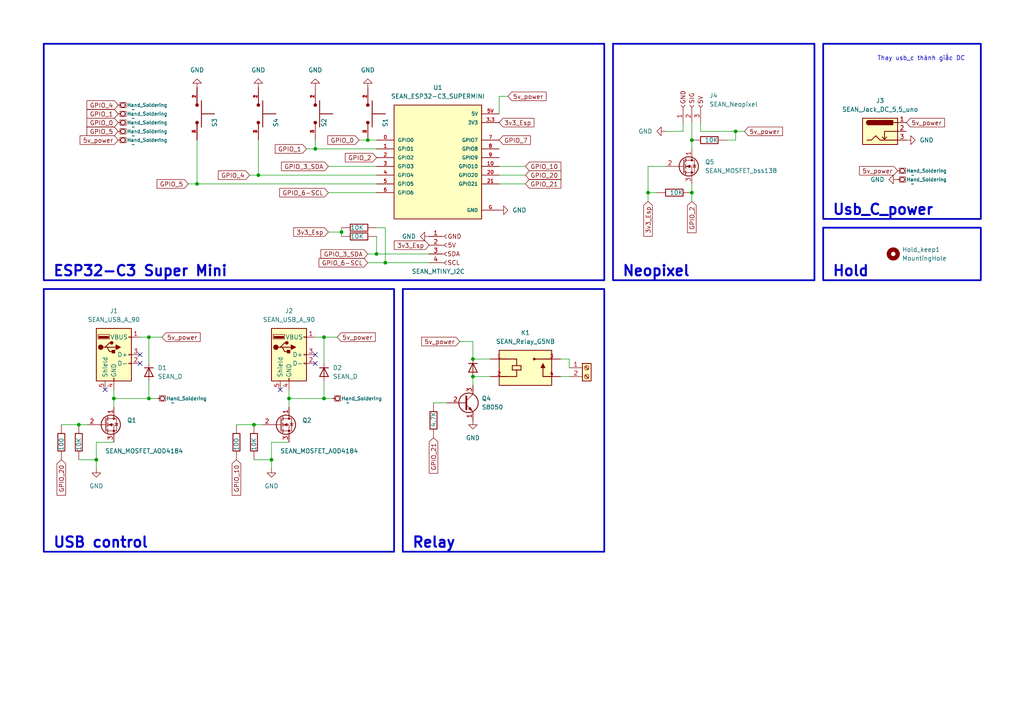
<source format=kicad_sch>
(kicad_sch (version 20231120) (generator "eeschema") (generator_version "8.0")
  (paper "A4")
  (title_block (title "HOMEKIT_TOOL") (date "2024-07-12") (rev "1.1.0"))
  (lib_symbols
    (symbol "Library:GND" (power) (pin_numbers hide) (pin_names (offset 0) hide)
      (property "Value" "GND" (at 0 -3.81 0))
      (symbol "GND_0_1"
        (polyline (pts (xy 0 0) (xy 0 -1.27) (xy 1.27 -1.27) (xy 0 -2.54) (xy -1.27 -1.27) (xy 0 -1.27)))
      )
      (symbol "GND_1_1"
        (pin power_in line (at 0 0 270) (length 0) (name "~") (number "1"))
      )
    )
    (symbol "Library:MountingHole" (pin_names (offset 1.016)) (exclude_from_sim yes) (in_bom no)
      (property "Reference" "H" (at 0 5.08 0))
      (property "Value" "MountingHole" (at 0 3.175 0))
      (symbol "MountingHole_0_1"
        (circle (center 0 0) (radius 1.27) (stroke (width 1.27)))
      )
    )
    (symbol "Library:S8050" (pin_names (offset 0) hide)
      (property "Reference" "Q" (at 5.08 1.905 0))
      (property "Value" "S8050" (at 5.08 0 0))
      (symbol "S8050_0_1"
        (polyline (pts (xy 0 0) (xy 0.635 0)))
        (polyline (pts (xy 0.635 0.635) (xy 2.54 2.54)))
        (polyline (pts (xy 0.635 -0.635) (xy 2.54 -2.54) (xy 2.54 -2.54)))
        (polyline (pts (xy 0.635 1.905) (xy 0.635 -1.905) (xy 0.635 -1.905)) (stroke (width 0.508)))
        (polyline (pts (xy 1.27 -1.778) (xy 1.778 -1.27) (xy 2.286 -2.286) (xy 1.27 -1.778) (xy 1.27 -1.778)) (fill (type outline)))
        (circle (center 1.27 0) (radius 2.8194) (stroke (width 0.254)))
      )
      (symbol "S8050_1_1"
        (pin passive line (at 2.54 -5.08 90) (length 2.54) (name "E") (number "1"))
        (pin input line (at -5.08 0 0) (length 5.08) (name "B") (number "2"))
        (pin passive line (at 2.54 5.08 270) (length 2.54) (name "C") (number "3"))
      )
    )
    (symbol "Library:SEAN_Button_4.2x3.3_SMD_V1" (pin_names (offset 1.016))
      (property "Reference" "S" (at -5.08 6.35 0))
      (property "Value" "SEAN_Button_4.2x3.3_SMD_V1" (at -15.24 -5.08 0))
      (symbol "SEAN_Button_4.2x3.3_SMD_V1_0_0"
        (circle (center -2.54 0) (radius 0.254) (stroke (width 0.508)))
        (polyline (pts (xy -3.81 1.27) (xy 0 1.27)) (stroke (width 0.254)))
        (polyline (pts (xy 0 1.27) (xy 0 5.08)) (stroke (width 0.254)))
        (polyline (pts (xy 0 1.27) (xy 3.81 1.27)) (stroke (width 0.254)))
        (circle (center 2.54 0) (radius 0.254) (stroke (width 0.508)))
        (pin passive line (at -7.62 0 0) (length 5.08) (name "~") (number "1"))
        (pin passive line (at -7.62 0 0) (length 5.08) (name "~") (number "2"))
        (pin passive line (at 7.62 0 180) (length 5.08) (name "~") (number "3"))
        (pin passive line (at 7.62 0 180) (length 5.08) (name "~") (number "4"))
      )
    )
    (symbol "Library:SEAN_D" (pin_numbers hide) (pin_names (offset 1.016) hide)
      (property "Reference" "D" (at 0 2.54 0))
      (property "Value" "SEAN_D" (at 0 -2.54 0))
      (symbol "SEAN_D_0_1"
        (polyline (pts (xy -1.27 1.27) (xy -1.27 -1.27)) (stroke (width 0.254)))
        (polyline (pts (xy 1.27 0) (xy -1.27 0)))
        (polyline (pts (xy 1.27 1.27) (xy 1.27 -1.27) (xy -1.27 0) (xy 1.27 1.27)) (stroke (width 0.254)))
      )
      (symbol "SEAN_D_1_1"
        (pin passive line (at -2.54 0 0) (length 2.54) (name "K") (number "1"))
        (pin passive line (at 2.54 0 180) (length 2.54) (name "A") (number "2"))
      )
    )
    (symbol "Library:SEAN_ESP32-C3_SUPERMINI" (pin_names (offset 1.016))
      (property "Reference" "U" (at -12.7 16.002 0))
      (property "Value" "SEAN_ESP32-C3_SUPERMINI" (at -12.7 -20.32 0))
      (symbol "SEAN_ESP32-C3_SUPERMINI_0_0"
        (rectangle (start -12.7 15.24) (end 12.7 -17.78) (stroke (width 0.254)) (fill (type background)))
        (pin bidirectional line (at -17.78 5.08 0) (length 5.08) (name "GPIO0") (number "0"))
        (pin bidirectional line (at -17.78 2.54 0) (length 5.08) (name "GPIO1") (number "1"))
        (pin bidirectional line (at 17.78 -2.54 180) (length 5.08) (name "GPIO10") (number "10"))
        (pin bidirectional line (at -17.78 0 0) (length 5.08) (name "GPIO2") (number "2"))
        (pin bidirectional line (at 17.78 -5.08 180) (length 5.08) (name "GPIO20") (number "20"))
        (pin bidirectional line (at 17.78 -7.62 180) (length 5.08) (name "GPIO21") (number "21"))
        (pin bidirectional line (at -17.78 -2.54 0) (length 5.08) (name "GPIO3") (number "3"))
        (pin power_in line (at 17.78 10.16 180) (length 5.08) (name "3V3") (number "3.3"))
        (pin bidirectional line (at -17.78 -5.08 0) (length 5.08) (name "GPIO4") (number "4"))
        (pin bidirectional line (at -17.78 -7.62 0) (length 5.08) (name "GPIO5") (number "5"))
        (pin power_in line (at 17.78 12.7 180) (length 5.08) (name "5V") (number "5V"))
        (pin bidirectional line (at -17.78 -10.16 0) (length 5.08) (name "GPIO6") (number "6"))
        (pin bidirectional line (at 17.78 5.08 180) (length 5.08) (name "GPIO7") (number "7"))
        (pin bidirectional line (at 17.78 2.54 180) (length 5.08) (name "GPIO8") (number "8"))
        (pin bidirectional line (at 17.78 0 180) (length 5.08) (name "GPIO9") (number "9"))
        (pin power_in line (at 17.78 -15.24 180) (length 5.08) (name "GND") (number "G"))
      )
    )
    (symbol "Library:SEAN_Hand_Solderring"
      (property "Reference" "U" (at 0 1.27 0))
      (symbol "SEAN_Hand_Solderring_0_1"
        (rectangle (start -2.286 0.762) (end -0.508 -0.762))
      )
      (symbol "SEAN_Hand_Solderring_1_1"
        (pin passive inverted (at 0 0 180) (length 2) (name "Hand_Soldering") (number "1"))
      )
    )
    (symbol "Library:SEAN_MOSFET_AOD4184" (pin_names hide)
      (property "Reference" "Q" (at 5.08 1.905 0))
      (property "Value" "SEAN_MOSFET_AOD4184" (at 5.08 0 0))
      (symbol "SEAN_MOSFET_AOD4184_0_1"
        (polyline (pts (xy 0.254 0) (xy -2.54 0)))
        (polyline (pts (xy 0.254 1.905) (xy 0.254 -1.905)) (stroke (width 0.254)))
        (polyline (pts (xy 0.762 -1.27) (xy 0.762 -2.286)) (stroke (width 0.254)))
        (polyline (pts (xy 0.762 0.508) (xy 0.762 -0.508)) (stroke (width 0.254)))
        (polyline (pts (xy 0.762 2.286) (xy 0.762 1.27)) (stroke (width 0.254)))
        (polyline (pts (xy 2.54 2.54) (xy 2.54 1.778)))
        (polyline (pts (xy 2.54 -2.54) (xy 2.54 0) (xy 0.762 0)))
        (polyline (pts (xy 0.762 -1.778) (xy 3.302 -1.778) (xy 3.302 1.778) (xy 0.762 1.778)))
        (polyline (pts (xy 1.016 0) (xy 2.032 0.381) (xy 2.032 -0.381) (xy 1.016 0)) (fill (type outline)))
        (polyline (pts (xy 2.794 0.508) (xy 2.921 0.381) (xy 3.683 0.381) (xy 3.81 0.254)))
        (polyline (pts (xy 3.302 0.381) (xy 2.921 -0.254) (xy 3.683 -0.254) (xy 3.302 0.381)))
        (circle (center 1.651 0) (radius 2.794) (stroke (width 0.254)))
        (circle (center 2.54 -1.778) (radius 0.254) (fill (type outline)))
        (circle (center 2.54 1.778) (radius 0.254) (fill (type outline)))
      )
      (symbol "SEAN_MOSFET_AOD4184_1_1"
        (pin passive line (at 2.54 5.08 270) (length 2.54) (name "D") (number "1"))
        (pin input line (at -5.08 0 0) (length 2.54) (name "G") (number "2"))
        (pin passive line (at 2.54 -5.08 90) (length 2.54) (name "S") (number "3"))
      )
    )
    (symbol "Library:SEAN_MOSFET_bss138" (pin_names hide)
      (property "Reference" "Q" (at 5.08 1.905 0))
      (property "Value" "SEAN_MOSFET_bss138" (at 5.08 0 0))
      (symbol "SEAN_MOSFET_bss138_0_1"
        (polyline (pts (xy 0.254 0) (xy -2.54 0)))
        (polyline (pts (xy 0.254 1.905) (xy 0.254 -1.905)) (stroke (width 0.254)))
        (polyline (pts (xy 0.762 -1.27) (xy 0.762 -2.286)) (stroke (width 0.254)))
        (polyline (pts (xy 0.762 0.508) (xy 0.762 -0.508)) (stroke (width 0.254)))
        (polyline (pts (xy 0.762 2.286) (xy 0.762 1.27)) (stroke (width 0.254)))
        (polyline (pts (xy 2.54 2.54) (xy 2.54 1.778)))
        (polyline (pts (xy 2.54 -2.54) (xy 2.54 0) (xy 0.762 0)))
        (polyline (pts (xy 0.762 -1.778) (xy 3.302 -1.778) (xy 3.302 1.778) (xy 0.762 1.778)))
        (polyline (pts (xy 1.016 0) (xy 2.032 0.381) (xy 2.032 -0.381) (xy 1.016 0)) (fill (type outline)))
        (polyline (pts (xy 2.794 0.508) (xy 2.921 0.381) (xy 3.683 0.381) (xy 3.81 0.254)))
        (polyline (pts (xy 3.302 0.381) (xy 2.921 -0.254) (xy 3.683 -0.254) (xy 3.302 0.381)))
        (circle (center 1.651 0) (radius 2.794) (stroke (width 0.254)))
        (circle (center 2.54 -1.778) (radius 0.254) (fill (type outline)))
        (circle (center 2.54 1.778) (radius 0.254) (fill (type outline)))
      )
      (symbol "SEAN_MOSFET_bss138_1_1"
        (pin passive line (at 2.54 5.08 270) (length 2.54) (name "D") (number "1"))
        (pin input line (at -5.08 0 0) (length 2.54) (name "G") (number "2"))
        (pin passive line (at 2.54 -5.08 90) (length 2.54) (name "S") (number "3"))
      )
    )
    (symbol "Library:SEAN_MTINY_I2C" (pin_names (offset 1.016) hide)
      (property "Reference" "J" (at 0 5.08 0))
      (property "Value" "SEAN_MTINY_I2C" (at 0 -7.62 0))
      (symbol "SEAN_MTINY_I2C_1_1"
        (arc (start 0 -4.572) (mid -0.5058 -5.08) (end 0 -5.588) (stroke (width 0.1524)))
        (arc (start 0 -2.032) (mid -0.5058 -2.54) (end 0 -3.048) (stroke (width 0.1524)))
        (polyline (pts (xy -1.27 -5.08) (xy -0.508 -5.08)) (stroke (width 0.1524)))
        (polyline (pts (xy -1.27 -2.54) (xy -0.508 -2.54)) (stroke (width 0.1524)))
        (polyline (pts (xy -1.27 0) (xy -0.508 0)) (stroke (width 0.1524)))
        (polyline (pts (xy -1.27 2.54) (xy -0.508 2.54)) (stroke (width 0.1524)))
        (arc (start 0 0.508) (mid -0.5058 0) (end 0 -0.508) (stroke (width 0.1524)))
        (arc (start 0 3.048) (mid -0.5058 2.54) (end 0 2.032) (stroke (width 0.1524)))
        (text "5V\n" (at 1.524 0 0) (effects (font (size 1.27 1.27))))
        (text "GND\n" (at 2.286 2.54 0) (effects (font (size 1.27 1.27))))
        (text "SCL" (at 2.032 -5.08 0) (effects (font (size 1.27 1.27))))
        (text "SDA\n" (at 2.032 -2.54 0) (effects (font (size 1.27 1.27))))
        (pin passive line (at -5.08 2.54 0) (length 3.81) (name "GND") (number "1"))
        (pin passive line (at -5.08 0 0) (length 3.81) (name "5V") (number "2"))
        (pin passive line (at -5.08 -2.54 0) (length 3.81) (name "SDA") (number "3"))
        (pin passive line (at -5.08 -5.08 0) (length 3.81) (name "SCL") (number "4"))
      )
    )
    (symbol "Library:SEAN_Mtiny_Terminal_3.81" (pin_names (offset 1.016) hide)
      (property "Reference" "J" (at 0 2.54 0))
      (property "Value" "SEAN_Mtiny_Terminal_3.81" (at 0 -5.08 0))
      (symbol "SEAN_Mtiny_Terminal_3.81_1_1"
        (rectangle (start -1.27 1.27) (end 1.27 -3.81) (stroke (width 0.254)) (fill (type background)))
        (circle (center 0 -2.54) (radius 0.635) (stroke (width 0.1524)))
        (polyline (pts (xy -0.5334 -2.2098) (xy 0.3302 -3.048)) (stroke (width 0.1524)))
        (polyline (pts (xy -0.5334 0.3302) (xy 0.3302 -0.508)) (stroke (width 0.1524)))
        (polyline (pts (xy -0.3556 -2.032) (xy 0.508 -2.8702)) (stroke (width 0.1524)))
        (polyline (pts (xy -0.3556 0.508) (xy 0.508 -0.3302)) (stroke (width 0.1524)))
        (circle (center 0 0) (radius 0.635) (stroke (width 0.1524)))
        (pin passive line (at -5.08 0 0) (length 3.81) (name "Pin_1") (number "1"))
        (pin passive line (at -5.08 -2.54 0) (length 3.81) (name "Pin_2") (number "2"))
      )
    )
    (symbol "Library:SEAN_Neopixel" (pin_names (offset 1.016) hide)
      (property "Reference" "J" (at 0 5.08 0))
      (property "Value" "SEAN_Neopixel" (at -0.254 0.254 0))
      (symbol "SEAN_Neopixel_1_1"
        (arc (start 0 -2.032) (mid -0.5058 -2.54) (end 0 -3.048) (stroke (width 0.1524)))
        (polyline (pts (xy -1.27 -2.54) (xy -0.508 -2.54)) (stroke (width 0.1524)))
        (polyline (pts (xy -1.27 0) (xy -0.508 0)) (stroke (width 0.1524)))
        (polyline (pts (xy -1.27 2.54) (xy -0.508 2.54)) (stroke (width 0.1524)))
        (arc (start 0 0.508) (mid -0.5058 0) (end 0 -0.508) (stroke (width 0.1524)))
        (arc (start 0 3.048) (mid -0.5058 2.54) (end 0 2.032) (stroke (width 0.1524)))
        (text "5V\n" (at 1.524 -2.54 0) (effects (font (size 1.27 1.27))))
        (text "GND\n" (at 2.286 2.54 0) (effects (font (size 1.27 1.27))))
        (text "SIG" (at 2.032 0 0) (effects (font (size 1.27 1.27))))
        (pin passive line (at -5.08 2.54 0) (length 3.81) (name "GND") (number "1"))
        (pin passive line (at -5.08 0 0) (length 3.81) (name "5V") (number "2"))
        (pin passive line (at -5.08 -2.54 0) (length 3.81) (name "SDA") (number "3"))
      )
    )
    (symbol "Library:SEAN_R" (pin_numbers hide) (pin_names (offset 0))
      (property "Reference" "R" (at 0 0 90))
      (property "Value" "R" (at 0 0 90))
      (symbol "SEAN_R_0_1"
        (rectangle (start -1.016 2.54) (end 1.016 -2.54) (stroke (width 0.254)))
      )
      (symbol "SEAN_R_1_1"
        (pin passive line (at 0 5.08 270) (length 2.5) (name "~") (number "1"))
        (pin passive line (at 0 -5.08 90) (length 2.5) (name "~") (number "2"))
      )
    )
    (symbol "Library:SEAN_Relay_G5NB" (pin_names (offset 1.016))
      (property "Reference" "K" (at -7.62 6.35 0))
      (property "Value" "SEAN_Relay_G5NB" (at -7.62 -7.62 0))
      (symbol "SEAN_Relay_G5NB_0_0"
        (rectangle (start -7.62 5.08) (end 7.62 -5.08) (stroke (width 0.254)) (fill (type background)))
        (polyline (pts (xy -7.62 -2.54) (xy -2.54 -2.54)) (stroke (width 0.254)))
        (polyline (pts (xy -7.62 2.54) (xy -2.54 2.54)) (stroke (width 0.254)))
        (polyline (pts (xy -3.81 -0.635) (xy -3.81 0.635)) (stroke (width 0.254)))
        (polyline (pts (xy -3.81 0.635) (xy -2.54 0.635)) (stroke (width 0.254)))
        (polyline (pts (xy -2.54 -0.635) (xy -3.81 -0.635)) (stroke (width 0.254)))
        (polyline (pts (xy -2.54 -0.635) (xy -2.54 -2.54)) (stroke (width 0.254)))
        (polyline (pts (xy -2.54 0.635) (xy -1.27 0.635)) (stroke (width 0.254)))
        (polyline (pts (xy -2.54 2.54) (xy -2.54 0.635)) (stroke (width 0.254)))
        (polyline (pts (xy -1.27 -0.635) (xy -2.54 -0.635)) (stroke (width 0.254)))
        (polyline (pts (xy -1.27 0.635) (xy -1.27 -0.635)) (stroke (width 0.254)))
        (polyline (pts (xy 5.08 -2.54) (xy 5.08 0)) (stroke (width 0.254)))
        (polyline (pts (xy 7.62 -2.54) (xy 5.08 -2.54)) (stroke (width 0.254)))
        (polyline (pts (xy 7.62 2.54) (xy 2.54 2.54)) (stroke (width 0.254)))
        (polyline (pts (xy 4.445 0) (xy 5.715 0) (xy 5.08 1.27) (xy 4.445 0)) (stroke (width 0.1524)) (fill (type outline)))
        (circle (center 2.54 2.54) (radius 0.254) (stroke (width 0.254)))
        (pin passive line (at -10.16 2.54 0) (length 5.08) (name "~") (number "1"))
        (pin passive line (at -10.16 -2.54 0) (length 5.08) (name "~") (number "2"))
        (pin passive line (at 10.16 2.54 180) (length 5.08) (name "~") (number "3"))
        (pin passive line (at 10.16 -2.54 180) (length 5.08) (name "~") (number "4"))
      )
    )
    (symbol "Library:SEAN_USB_A_90" (pin_names (offset 1.016))
      (property "Reference" "J" (at -5.08 11.43 0))
      (property "Value" "SEAN_USB_A_90" (at -5.08 8.89 0))
      (symbol "SEAN_USB_A_90_0_1"
        (rectangle (start -5.08 -7.62) (end 5.08 7.62) (stroke (width 0.254)) (fill (type background)))
        (circle (center -3.81 2.159) (radius 0.635) (stroke (width 0.254)) (fill (type outline)))
        (rectangle (start -1.524 4.826) (end -4.318 5.334) (fill (type outline)))
        (rectangle (start -1.27 4.572) (end -4.572 5.842))
        (circle (center -0.635 3.429) (radius 0.381) (stroke (width 0.254)) (fill (type outline)))
        (rectangle (start -0.127 -7.62) (end 0.127 -6.858))
        (polyline (pts (xy -3.175 2.159) (xy -2.54 2.159) (xy -1.27 3.429) (xy -0.635 3.429)) (stroke (width 0.254)))
        (polyline (pts (xy -2.54 2.159) (xy -1.905 2.159) (xy -1.27 0.889) (xy 0 0.889)) (stroke (width 0.254)))
        (polyline (pts (xy 0.635 2.794) (xy 0.635 1.524) (xy 1.905 2.159) (xy 0.635 2.794)) (stroke (width 0.254)) (fill (type outline)))
        (rectangle (start 0.254 1.27) (end -0.508 0.508) (stroke (width 0.254)) (fill (type outline)))
        (rectangle (start 5.08 -2.667) (end 4.318 -2.413))
        (rectangle (start 5.08 -0.127) (end 4.318 0.127))
        (rectangle (start 5.08 4.953) (end 4.318 5.207))
      )
      (symbol "SEAN_USB_A_90_1_1"
        (polyline (pts (xy -1.905 2.159) (xy 0.635 2.159)) (stroke (width 0.254)))
        (pin power_in line (at 7.62 5.08 180) (length 2.54) (name "VBUS") (number "1"))
        (pin bidirectional line (at 7.62 -2.54 180) (length 2.54) (name "D-") (number "2"))
        (pin bidirectional line (at 7.62 0 180) (length 2.54) (name "D+") (number "3"))
        (pin power_in line (at 0 -10.16 90) (length 2.54) (name "GND") (number "4"))
        (pin passive line (at -2.54 -10.16 90) (length 2.54) (name "Shield") (number "5"))
      )
    )
    (symbol "SEAN_POWER:SEAN_Jack_DC_5,5_uno" (pin_names hide)
      (property "Reference" "J" (at 0 5.334 0))
      (property "Value" "SEAN_Jack_DC_5,5_uno" (at 0 -5.08 0))
      (symbol "SEAN_Jack_DC_5,5_uno_0_1"
        (rectangle (start -5.08 3.81) (end 5.08 -3.81) (stroke (width 0.254)) (fill (type background)))
        (arc (start -3.302 3.175) (mid -3.9343 2.54) (end -3.302 1.905) (stroke (width 0.254)))
        (arc (start -3.302 3.175) (mid -3.9343 2.54) (end -3.302 1.905) (stroke (width 0.254)) (fill (type outline)))
        (polyline (pts (xy 1.27 -2.286) (xy 1.905 -1.651)) (stroke (width 0.254)))
        (polyline (pts (xy 5.08 2.54) (xy 3.81 2.54)) (stroke (width 0.254)))
        (polyline (pts (xy 5.08 0) (xy 1.27 0) (xy 1.27 -2.286) (xy 0.635 -1.651)) (stroke (width 0.254)))
        (polyline (pts (xy -3.81 -2.54) (xy -2.54 -2.54) (xy -1.27 -1.27) (xy 0 -2.54) (xy 2.54 -2.54) (xy 5.08 -2.54)) (stroke (width 0.254)))
        (rectangle (start 3.683 3.175) (end -3.302 1.905) (stroke (width 0.254)) (fill (type outline)))
      )
      (symbol "SEAN_Jack_DC_5,5_uno_1_1"
        (pin passive line (at 7.62 2.54 180) (length 2.54) (name "~") (number "1"))
        (pin passive line (at 7.62 0 180) (length 2.54) (name "~") (number "2"))
        (pin passive line (at 7.62 -2.54 180) (length 2.54) (name "~") (number "3"))
      )
    )
  )
  (junction (at 109.22 73.66))
  (junction (at 93.98 115.57))
  (junction (at 43.18 115.57))
  (junction (at 200.66 40.64))
  (junction (at 33.02 115.57))
  (junction (at 213.36 38.1))
  (junction (at 73.66 123.19))
  (junction (at 106.68 40.64))
  (junction (at 83.82 115.57))
  (junction (at 137.16 109.22))
  (junction (at 91.44 43.18))
  (junction (at 74.93 50.8))
  (junction (at 78.74 133.35))
  (junction (at 137.16 104.14))
  (junction (at 43.18 97.79))
  (junction (at 99.06 67.31))
  (junction (at 93.98 97.79))
  (junction (at 57.15 53.34))
  (junction (at 111.76 76.2))
  (junction (at 27.94 133.35))
  (junction (at 22.86 123.19))
  (junction (at 187.96 55.88))
  (junction (at 200.66 55.88))
  (no_connect (at 30.48 113.03))
  (no_connect (at 91.44 105.41))
  (no_connect (at 40.64 105.41))
  (no_connect (at 40.64 102.87))
  (no_connect (at 81.28 113.03))
  (no_connect (at 91.44 102.87))
  (wire (pts (xy 72.39 50.8) (xy 74.93 50.8)))
  (wire (pts (xy 137.16 111.76) (xy 137.16 109.22)))
  (wire (pts (xy 93.98 97.79) (xy 91.44 97.79)))
  (wire (pts (xy 200.66 40.64) (xy 200.66 43.18)))
  (wire (pts (xy 33.02 115.57) (xy 43.18 115.57)))
  (wire (pts (xy 91.44 43.18) (xy 109.22 43.18)))
  (wire (pts (xy 95.25 48.26) (xy 109.22 48.26)))
  (wire (pts (xy 210.82 40.64) (xy 213.36 40.64)))
  (wire (pts (xy 93.98 97.79) (xy 93.98 105.41)))
  (wire (pts (xy 27.94 128.27) (xy 33.02 128.27)))
  (wire (pts (xy 111.76 66.04) (xy 111.76 76.2)))
  (wire (pts (xy 33.02 115.57) (xy 33.02 118.11)))
  (wire (pts (xy 83.82 115.57) (xy 93.98 115.57)))
  (wire (pts (xy 133.35 99.06) (xy 137.16 99.06)))
  (wire (pts (xy 152.4 50.8) (xy 144.78 50.8)))
  (wire (pts (xy 73.66 123.19) (xy 76.2 123.19)))
  (wire (pts (xy 187.96 48.26) (xy 193.04 48.26)))
  (wire (pts (xy 187.96 58.42) (xy 187.96 55.88)))
  (wire (pts (xy 54.61 53.34) (xy 57.15 53.34)))
  (wire (pts (xy 43.18 97.79) (xy 40.64 97.79)))
  (wire (pts (xy 83.82 113.03) (xy 83.82 115.57)))
  (wire (pts (xy 78.74 133.35) (xy 78.74 128.27)))
  (wire (pts (xy 22.86 133.35) (xy 27.94 133.35)))
  (wire (pts (xy 152.4 48.26) (xy 144.78 48.26)))
  (wire (pts (xy 78.74 128.27) (xy 83.82 128.27)))
  (wire (pts (xy 33.02 113.03) (xy 33.02 115.57)))
  (wire (pts (xy 99.06 66.04) (xy 99.06 67.31)))
  (wire (pts (xy 187.96 55.88) (xy 190.5 55.88)))
  (wire (pts (xy 106.68 40.64) (xy 109.22 40.64)))
  (wire (pts (xy 93.98 97.79) (xy 97.79 97.79)))
  (wire (pts (xy 73.66 133.35) (xy 78.74 133.35)))
  (wire (pts (xy 165.1 104.14) (xy 162.56 104.14)))
  (wire (pts (xy 95.25 55.88) (xy 109.22 55.88)))
  (wire (pts (xy 200.66 58.42) (xy 200.66 55.88)))
  (wire (pts (xy 200.66 35.56) (xy 200.66 40.64)))
  (wire (pts (xy 200.66 55.88) (xy 200.66 53.34)))
  (wire (pts (xy 78.74 133.35) (xy 78.74 135.89)))
  (wire (pts (xy 144.78 27.94) (xy 144.78 33.02)))
  (wire (pts (xy 99.06 67.31) (xy 99.06 68.58)))
  (wire (pts (xy 45.72 115.57) (xy 43.18 115.57)))
  (wire (pts (xy 93.98 115.57) (xy 93.98 110.49)))
  (wire (pts (xy 95.25 67.31) (xy 99.06 67.31)))
  (wire (pts (xy 93.98 115.57) (xy 96.52 115.57)))
  (wire (pts (xy 203.2 38.1) (xy 203.2 35.56)))
  (wire (pts (xy 152.4 53.34) (xy 144.78 53.34)))
  (wire (pts (xy 187.96 48.26) (xy 187.96 55.88)))
  (wire (pts (xy 198.12 38.1) (xy 198.12 35.56)))
  (wire (pts (xy 57.15 53.34) (xy 109.22 53.34)))
  (wire (pts (xy 91.44 40.64) (xy 91.44 43.18)))
  (wire (pts (xy 57.15 40.64) (xy 57.15 53.34)))
  (wire (pts (xy 83.82 115.57) (xy 83.82 118.11)))
  (wire (pts (xy 27.94 128.27) (xy 27.94 133.35)))
  (wire (pts (xy 215.9 38.1) (xy 213.36 38.1)))
  (wire (pts (xy 111.76 76.2) (xy 124.46 76.2)))
  (wire (pts (xy 213.36 38.1) (xy 203.2 38.1)))
  (wire (pts (xy 17.78 123.19) (xy 22.86 123.19)))
  (wire (pts (xy 109.22 68.58) (xy 109.22 73.66)))
  (wire (pts (xy 106.68 76.2) (xy 111.76 76.2)))
  (wire (pts (xy 109.22 66.04) (xy 111.76 66.04)))
  (wire (pts (xy 162.56 109.22) (xy 165.1 109.22)))
  (wire (pts (xy 27.94 133.35) (xy 27.94 135.89)))
  (wire (pts (xy 43.18 115.57) (xy 43.18 110.49)))
  (wire (pts (xy 125.73 116.84) (xy 129.54 116.84)))
  (wire (pts (xy 109.22 73.66) (xy 124.46 73.66)))
  (wire (pts (xy 137.16 99.06) (xy 137.16 104.14)))
  (wire (pts (xy 22.86 123.19) (xy 25.4 123.19)))
  (wire (pts (xy 193.04 38.1) (xy 198.12 38.1)))
  (wire (pts (xy 137.16 109.22) (xy 142.24 109.22)))
  (wire (pts (xy 104.14 40.64) (xy 106.68 40.64)))
  (wire (pts (xy 165.1 106.68) (xy 165.1 104.14)))
  (wire (pts (xy 68.58 123.19) (xy 73.66 123.19)))
  (wire (pts (xy 74.93 50.8) (xy 109.22 50.8)))
  (wire (pts (xy 213.36 40.64) (xy 213.36 38.1)))
  (wire (pts (xy 144.78 27.94) (xy 147.32 27.94)))
  (wire (pts (xy 88.9 43.18) (xy 91.44 43.18)))
  (wire (pts (xy 43.18 97.79) (xy 46.99 97.79)))
  (wire (pts (xy 43.18 97.79) (xy 43.18 105.41)))
  (wire (pts (xy 106.68 73.66) (xy 109.22 73.66)))
  (wire (pts (xy 137.16 104.14) (xy 142.24 104.14)))
  (wire (pts (xy 74.93 40.64) (xy 74.93 50.8)))
  (rectangle (start 238.76 12.7) (end 284.48 63.5) (stroke (width 0.5)))
  (rectangle (start 238.76 66.04) (end 284.48 81.28) (stroke (width 0.5)))
  (rectangle (start 12.7 83.82) (end 114.3 160.02) (stroke (width 0.5)))
  (rectangle (start 12.7 12.7) (end 175.26 81.28) (stroke (width 0.5)))
  (rectangle (start 116.84 83.82) (end 175.26 160.02) (stroke (width 0.5)))
  (rectangle (start 177.8 12.7) (end 236.22 81.28) (stroke (width 0.5)))
  (text "Relay" (at 119.38 157.48 0) (effects (font (size 3 3) (thickness 0.6) (bold yes)) (justify left)))
  (text "ESP32-C3 Super Mini\n" (at 15.24 78.74 0) (effects (font (size 3 3) (thickness 0.6) (bold yes)) (justify left)))
  (text "Thay usb_c thành giắc DC\n" (at 267.208 17.018 0) (effects (font (size 1.27 1.27))))
  (text "Hold\n" (at 241.3 78.74 0) (effects (font (size 3 3) (thickness 0.6) (bold yes)) (justify left)))
  (text "Usb_C_power" (at 241.3 60.96 0) (effects (font (size 3 3) (thickness 0.6) (bold yes)) (justify left)))
  (text "Neopixel" (at 180.34 78.74 0) (effects (font (size 3 3) (thickness 0.6) (bold yes)) (justify left)))
  (text "USB control" (at 15.24 157.48 0) (effects (font (size 3 3) (thickness 0.6) (bold yes)) (justify left)))
  (global_label "GPIO_5" (shape input) (at 54.61 53.34 180) (property "Intersheetrefs" "${INTERSHEET_REFS}" (effects (hide yes))))
  (global_label "GPIO_0" (shape input) (at 104.14 40.64 180) (property "Intersheetrefs" "${INTERSHEET_REFS}" (effects (hide yes))))
  (global_label "GPIO_4" (shape input) (at 34.29 30.48 180) (property "Intersheetrefs" "${INTERSHEET_REFS}" (effects (hide yes))))
  (global_label "GPIO_21" (shape input) (at 152.4 53.34 0) (property "Intersheetrefs" "${INTERSHEET_REFS}" (effects (hide yes))))
  (global_label "GPIO_10" (shape input) (at 152.4 48.26 0) (property "Intersheetrefs" "${INTERSHEET_REFS}" (effects (hide yes))))
  (global_label "5v_power" (shape input) (at 215.9 38.1 0) (property "Intersheetrefs" "${INTERSHEET_REFS}" (effects (hide yes))))
  (global_label "GPIO_2" (shape input) (at 200.66 58.42 270) (property "Intersheetrefs" "${INTERSHEET_REFS}" (effects (hide yes))))
  (global_label "GPIO_0" (shape input) (at 34.29 35.56 180) (property "Intersheetrefs" "${INTERSHEET_REFS}" (effects (hide yes))))
  (global_label "5v_power" (shape input) (at 133.35 99.06 180) (property "Intersheetrefs" "${INTERSHEET_REFS}" (effects (hide yes))))
  (global_label "GPIO_1" (shape input) (at 88.9 43.18 180) (property "Intersheetrefs" "${INTERSHEET_REFS}" (effects (hide yes))))
  (global_label "5v_power" (shape input) (at 147.32 27.94 0) (property "Intersheetrefs" "${INTERSHEET_REFS}" (effects (hide yes))))
  (global_label "GPIO_10" (shape input) (at 68.58 133.35 270) (property "Intersheetrefs" "${INTERSHEET_REFS}" (effects (hide yes))))
  (global_label "5v_power" (shape input) (at 260.35 49.53 180) (property "Intersheetrefs" "${INTERSHEET_REFS}" (effects (hide yes))))
  (global_label "3v3_Esp" (shape input) (at 124.46 71.12 180) (property "Intersheetrefs" "${INTERSHEET_REFS}" (effects (hide yes))))
  (global_label "GPIO_20" (shape input) (at 152.4 50.8 0) (property "Intersheetrefs" "${INTERSHEET_REFS}" (effects (hide yes))))
  (global_label "5v_power" (shape input) (at 34.29 40.64 180) (property "Intersheetrefs" "${INTERSHEET_REFS}" (effects (hide yes))))
  (global_label "GPIO_6-SCL" (shape input) (at 95.25 55.88 180) (property "Intersheetrefs" "${INTERSHEET_REFS}" (effects (hide yes))))
  (global_label "GPIO_20" (shape input) (at 17.78 133.35 270) (property "Intersheetrefs" "${INTERSHEET_REFS}" (effects (hide yes))))
  (global_label "GPIO_3_SDA" (shape input) (at 106.68 73.66 180) (property "Intersheetrefs" "${INTERSHEET_REFS}" (effects (hide yes))))
  (global_label "5v_power" (shape input) (at 46.99 97.79 0) (property "Intersheetrefs" "${INTERSHEET_REFS}" (effects (hide yes))))
  (global_label "GPIO_2" (shape input) (at 109.22 45.72 180) (property "Intersheetrefs" "${INTERSHEET_REFS}" (effects (hide yes))))
  (global_label "3v3_Esp" (shape input) (at 95.25 67.31 180) (property "Intersheetrefs" "${INTERSHEET_REFS}" (effects (hide yes))))
  (global_label "3v3_Esp" (shape input) (at 187.96 58.42 270) (property "Intersheetrefs" "${INTERSHEET_REFS}" (effects (hide yes))))
  (global_label "GPIO_1" (shape input) (at 34.29 33.02 180) (property "Intersheetrefs" "${INTERSHEET_REFS}" (effects (hide yes))))
  (global_label "GPIO_4" (shape input) (at 72.39 50.8 180) (property "Intersheetrefs" "${INTERSHEET_REFS}" (effects (hide yes))))
  (global_label "GPIO_7" (shape input) (at 144.78 40.64 0) (property "Intersheetrefs" "${INTERSHEET_REFS}" (effects (hide yes))))
  (global_label "GPIO_3_SDA" (shape input) (at 95.25 48.26 180) (property "Intersheetrefs" "${INTERSHEET_REFS}" (effects (hide yes))))
  (global_label "GPIO_6-SCL" (shape input) (at 106.68 76.2 180) (property "Intersheetrefs" "${INTERSHEET_REFS}" (effects (hide yes))))
  (global_label "GPIO_5" (shape input) (at 34.29 38.1 180) (property "Intersheetrefs" "${INTERSHEET_REFS}" (effects (hide yes))))
  (global_label "GPIO_21" (shape input) (at 125.73 127 270) (property "Intersheetrefs" "${INTERSHEET_REFS}" (effects (hide yes))))
  (global_label "5v_power" (shape input) (at 262.89 35.56 0) (property "Intersheetrefs" "${INTERSHEET_REFS}" (effects (hide yes))))
  (global_label "3v3_Esp" (shape input) (at 144.78 35.56 0) (property "Intersheetrefs" "${INTERSHEET_REFS}" (effects (hide yes))))
  (global_label "5v_power" (shape input) (at 97.79 97.79 0) (property "Intersheetrefs" "${INTERSHEET_REFS}" (effects (hide yes))))
  (symbol (lib_id "Library:GND") (at 137.16 121.92 0) (unit 1)
    (property "Reference" "#PWR011" (effects (hide yes)))
    (property "Value" "GND" (at 137.16 127 0))
    (property "Description" "Power symbol creates a global label with name \"GND\" , ground" (effects (hide yes)))
  )
  (symbol (lib_id "Library:GND") (at 124.46 68.58 270) (unit 1)
    (property "Reference" "#PWR08" (effects (hide yes)))
    (property "Value" "GND" (at 120.65 68.5799 90) (effects (justify right)))
    (property "Description" "Power symbol creates a global label with name \"GND\" , ground" (effects (hide yes)))
  )
  (symbol (lib_id "Library:SEAN_Hand_Solderring") (at 260.35 49.53 180) (unit 1)
    (property "Reference" "U5" (effects (hide yes)))
    (property "Value" "~" (at 264.16 50.8 0) (effects (justify right)))
    (property "Footprint" "SEAN_connect:SEAN_Hand_Solderring" (effects (hide yes)))
  )
  (symbol (lib_id "Library:SEAN_D") (at 43.18 107.95 270) (unit 1)
    (property "Reference" "D1" (at 45.72 106.6799 90) (effects (justify left)))
    (property "Value" "SEAN_D" (at 45.72 109.2199 90) (effects (justify left)))
    (property "Footprint" "SEAN_Device_sym:SEAN_Diode_1N4007" (effects (hide yes)))
    (property "Description" "Diode" (effects (hide yes)))
    (property "Sim.Device" "D" (effects (hide yes)))
    (property "Sim.Pins" "1=K 2=A" (effects (hide yes)))
  )
  (symbol (lib_id "Library:SEAN_Button_4.2x3.3_SMD_V1") (at 106.68 33.02 270) (unit 1)
    (property "Reference" "S1" (at 111.76 35.56 0))
    (property "Value" "SEAN_Button_4.2x3.3_SMD_V1" (effects (hide yes)))
    (property "Footprint" "SEAN_Device_sym:SEAN_Button_4.2x3.3_SMD_V1" (effects (hide yes)))
    (property "Description" "\nSwitch Tactile N.O. SPST Button J-Bend 0.05A 16VDC 1.57N SMD Automotive T/R\n" (effects (hide yes)))
    (property "MF" "ALPS" (effects (hide yes)))
    (property "MAXIMUM_PACKAGE_HEIGHT" "2.5 mm" (effects (hide yes)))
    (property "Package" "None" (effects (hide yes)))
    (property "Price" "None" (effects (hide yes)))
    (property "Check_prices" "https://www.snapeda.com/parts/SKRPABE010/ALPS/view-part/?ref=eda" (effects (hide yes)))
    (property "STANDARD" "Manufacturer Recommendations" (effects (hide yes)))
    (property "SnapEDA_Link" "https://www.snapeda.com/parts/SKRPABE010/ALPS/view-part/?ref=snap" (effects (hide yes)))
    (property "MP" "SKRPABE010" (effects (hide yes)))
    (property "Purchase-URL" "https://www.snapeda.com/api/url_track_click_mouser/?unipart_id=652544&manufacturer=ALPS&part_name=SKRPABE010&search_term=None" (effects (hide yes)))
    (property "Availability" "In Stock" (effects (hide yes)))
    (property "MANUFACTURER" "Alps" (effects (hide yes)))
  )
  (symbol (lib_id "Library:GND") (at 57.15 25.4 180) (unit 1)
    (property "Reference" "#PWR01" (effects (hide yes)))
    (property "Value" "GND" (at 57.15 20.32 0))
    (property "Description" "Power symbol creates a global label with name \"GND\" , ground" (effects (hide yes)))
  )
  (symbol (lib_id "Library:SEAN_Hand_Solderring") (at 34.29 35.56 180) (unit 1)
    (property "Reference" "U6" (effects (hide yes)))
    (property "Value" "~" (at 38.1 36.83 0) (effects (justify right)))
    (property "Footprint" "SEAN_connect:SEAN_Hand_Solderring" (effects (hide yes)))
  )
  (symbol (lib_id "Library:GND") (at 193.04 38.1 270) (unit 1)
    (property "Reference" "#PWR09" (effects (hide yes)))
    (property "Value" "GND" (at 189.23 38.0999 90) (effects (justify right)))
    (property "Description" "Power symbol creates a global label with name \"GND\" , ground" (effects (hide yes)))
  )
  (symbol (lib_id "Library:SEAN_R") (at 205.74 40.64 90) (unit 1)
    (property "Reference" "R9" (effects (hide yes)))
    (property "Value" "10K" (at 208.28 40.64 90) (effects (justify left)))
    (property "Footprint" "Resistor_SMD:R_0603_1608Metric_Pad0.98x0.95mm_HandSolder" (effects (hide yes)))
    (property "Description" "Resistor" (effects (hide yes)))
  )
  (symbol (lib_id "Library:SEAN_Button_4.2x3.3_SMD_V1") (at 57.15 33.02 270) (unit 1)
    (property "Reference" "S3" (at 62.23 35.56 0))
    (property "Value" "SEAN_Button_4.2x3.3_SMD_V1" (effects (hide yes)))
    (property "Footprint" "SEAN_Device_sym:SEAN_Button_4.2x3.3_SMD_V1" (effects (hide yes)))
    (property "Description" "\nSwitch Tactile N.O. SPST Button J-Bend 0.05A 16VDC 1.57N SMD Automotive T/R\n" (effects (hide yes)))
    (property "MF" "ALPS" (effects (hide yes)))
    (property "MAXIMUM_PACKAGE_HEIGHT" "2.5 mm" (effects (hide yes)))
    (property "Package" "None" (effects (hide yes)))
    (property "Price" "None" (effects (hide yes)))
    (property "Check_prices" "https://www.snapeda.com/parts/SKRPABE010/ALPS/view-part/?ref=eda" (effects (hide yes)))
    (property "STANDARD" "Manufacturer Recommendations" (effects (hide yes)))
    (property "SnapEDA_Link" "https://www.snapeda.com/parts/SKRPABE010/ALPS/view-part/?ref=snap" (effects (hide yes)))
    (property "MP" "SKRPABE010" (effects (hide yes)))
    (property "Purchase-URL" "https://www.snapeda.com/api/url_track_click_mouser/?unipart_id=652544&manufacturer=ALPS&part_name=SKRPABE010&search_term=None" (effects (hide yes)))
    (property "Availability" "In Stock" (effects (hide yes)))
    (property "MANUFACTURER" "Alps" (effects (hide yes)))
  )
  (symbol (lib_id "Library:SEAN_MTINY_I2C") (at 129.54 71.12 0) (unit 1)
    (property "Reference" "J5" (effects (hide yes)))
    (property "Value" "SEAN_MTINY_I2C" (at 119.38 78.74 0) (effects (justify left)))
    (property "Footprint" "SEAN_Mtiny:SEAN_Mtiny_I2C" (effects (hide yes)))
  )
  (symbol (lib_id "Library:S8050") (at 134.62 116.84 0) (unit 1)
    (property "Reference" "Q4" (at 139.7 115.5699 0) (effects (justify left)))
    (property "Value" "S8050" (at 139.7 118.1099 0) (effects (justify left)))
    (property "Footprint" "Package_TO_SOT_SMD:SOT-23-3" (effects (hide yes)))
    (property "Datasheet" "http://www.unisonic.com.tw/datasheet/S8050.pdf" (effects (hide yes)))
    (property "Description" "0.7A Ic, 20V Vce, Low Voltage High Current NPN Transistor, TO-92" (effects (hide yes)))
  )
  (symbol (lib_id "Library:SEAN_Hand_Solderring") (at 34.29 40.64 180) (unit 1)
    (property "Reference" "U3" (effects (hide yes)))
    (property "Value" "~" (at 38.1 41.91 0) (effects (justify right)))
    (property "Footprint" "SEAN_connect:SEAN_Hand_Solderring" (effects (hide yes)))
  )
  (symbol (lib_id "Library:SEAN_USB_A_90") (at 83.82 102.87 0) (unit 1)
    (property "Reference" "J2" (at 83.82 90.17 0))
    (property "Value" "SEAN_USB_A_90" (at 83.82 92.71 0))
    (property "Footprint" "SEAN_connect:SEAN_USB_A_90" (effects (hide yes)))
    (property "Datasheet" " ~" (effects (hide yes)))
    (property "Description" "USB Type A connector" (effects (hide yes)))
  )
  (symbol (lib_id "Library:SEAN_R") (at 68.58 128.27 0) (unit 1)
    (property "Reference" "R5" (effects (hide yes)))
    (property "Value" "100" (at 68.58 130.81 90) (effects (justify left)))
    (property "Footprint" "Resistor_SMD:R_0603_1608Metric_Pad0.98x0.95mm_HandSolder" (effects (hide yes)))
    (property "Description" "Resistor" (effects (hide yes)))
  )
  (symbol (lib_id "Library:SEAN_D") (at 137.16 106.68 270) (unit 1)
    (property "Reference" "D3" (effects (hide yes)))
    (property "Value" "SEAN_D" (effects (hide yes)))
    (property "Footprint" "SEAN_Device_sym:SEAN_Diode_1N4007" (effects (hide yes)))
    (property "Description" "Diode" (effects (hide yes)))
    (property "Sim.Device" "D" (effects (hide yes)))
    (property "Sim.Pins" "1=K 2=A" (effects (hide yes)))
  )
  (symbol (lib_id "Library:SEAN_R") (at 17.78 128.27 0) (unit 1)
    (property "Reference" "R4" (effects (hide yes)))
    (property "Value" "100" (at 17.78 130.81 90) (effects (justify left)))
    (property "Footprint" "Resistor_SMD:R_0603_1608Metric_Pad0.98x0.95mm_HandSolder" (effects (hide yes)))
    (property "Description" "Resistor" (effects (hide yes)))
  )
  (symbol (lib_id "Library:SEAN_R") (at 125.73 121.92 180) (unit 1)
    (property "Reference" "R3" (effects (hide yes)))
    (property "Value" "4.7K" (at 125.73 119.38 90) (effects (justify left)))
    (property "Footprint" "Resistor_SMD:R_0603_1608Metric_Pad0.98x0.95mm_HandSolder" (effects (hide yes)))
    (property "Description" "Resistor" (effects (hide yes)))
  )
  (symbol (lib_id "Library:SEAN_Hand_Solderring") (at 260.35 52.07 180) (unit 1)
    (property "Reference" "U8" (effects (hide yes)))
    (property "Value" "~" (at 264.16 53.34 0) (effects (justify right)))
    (property "Footprint" "SEAN_connect:SEAN_Hand_Solderring" (effects (hide yes)))
  )
  (symbol (lib_id "Library:MountingHole") (at 259.08 73.66 0) (unit 1)
    (property "Reference" "Hold_keep1" (at 261.62 72.3899 0) (effects (justify left)))
    (property "Value" "MountingHole" (at 261.62 74.9299 0) (effects (justify left)))
    (property "Footprint" "SEAN_MountingHole:SEAN_MountingHole_3mm_isolated" (effects (hide yes)))
    (property "Description" "Mounting Hole without connection" (effects (hide yes)))
  )
  (symbol (lib_id "Library:SEAN_USB_A_90") (at 33.02 102.87 0) (unit 1)
    (property "Reference" "J1" (at 33.02 90.17 0))
    (property "Value" "SEAN_USB_A_90" (at 33.02 92.71 0))
    (property "Footprint" "SEAN_connect:SEAN_USB_A_90" (effects (hide yes)))
    (property "Datasheet" " ~" (effects (hide yes)))
    (property "Description" "USB Type A connector" (effects (hide yes)))
  )
  (symbol (lib_id "Library:SEAN_Hand_Solderring") (at 34.29 30.48 180) (unit 1)
    (property "Reference" "U2" (effects (hide yes)))
    (property "Value" "~" (at 38.1 31.75 0) (effects (justify right)))
    (property "Footprint" "SEAN_connect:SEAN_Hand_Solderring" (effects (hide yes)))
  )
  (symbol (lib_id "Library:SEAN_ESP32-C3_SUPERMINI") (at 127 45.72 0) (unit 1)
    (property "Reference" "U1" (at 127 25.4 0))
    (property "Value" "SEAN_ESP32-C3_SUPERMINI" (at 127 27.94 0))
    (property "Footprint" "SEAN_ESP:SEAN_ESP32-C3_SUPERMINI" (effects (hide yes)))
    (property "MF" "Espressif Systems" (effects (hide yes)))
    (property "MAXIMUM_PACKAGE_HEIGHT" "4.2mm" (effects (hide yes)))
    (property "Package" "Package" (effects (hide yes)))
    (property "Price" "None" (effects (hide yes)))
    (property "Check_prices" "https://www.snapeda.com/parts/ESP32-C3%20SuperMini/Espressif+Systems/view-part/?ref=eda" (effects (hide yes)))
    (property "STANDARD" "Manufacturer Recommendations" (effects (hide yes)))
    (property "SnapEDA_Link" "https://www.snapeda.com/parts/ESP32-C3%20SuperMini/Espressif+Systems/view-part/?ref=snap" (effects (hide yes)))
    (property "MP" "ESP32-C3 SuperMini" (effects (hide yes)))
    (property "Description_1" "\nSuper tiny ESP32-C3 board\n" (effects (hide yes)))
    (property "Availability" "Not in stock" (effects (hide yes)))
    (property "MANUFACTURER" "Espressif" (effects (hide yes)))
  )
  (symbol (lib_id "SEAN_POWER:SEAN_Jack_DC_5,5_uno") (at 255.27 38.1 0) (unit 1)
    (property "Reference" "J3" (at 255.27 29.21 0))
    (property "Value" "SEAN_Jack_DC_5,5_uno" (at 255.27 31.75 0))
    (property "Footprint" "SEAN_POWER:SEAN_Jack_DC_5,5_uno_" (effects (hide yes)))
    (property "Description" "DC Barrel Jack with an internal switch" (effects (hide yes)))
  )
  (symbol (lib_id "Library:SEAN_R") (at 104.14 68.58 270) (unit 1)
    (property "Reference" "R7" (effects (hide yes)))
    (property "Value" "10K" (at 101.6 68.58 90) (effects (justify left)))
    (property "Footprint" "Resistor_SMD:R_0603_1608Metric_Pad0.98x0.95mm_HandSolder" (effects (hide yes)))
    (property "Description" "Resistor" (effects (hide yes)))
  )
  (symbol (lib_id "Library:GND") (at 74.93 25.4 180) (unit 1)
    (property "Reference" "#PWR02" (effects (hide yes)))
    (property "Value" "GND" (at 74.93 20.32 0))
    (property "Description" "Power symbol creates a global label with name \"GND\" , ground" (effects (hide yes)))
  )
  (symbol (lib_id "Library:SEAN_D") (at 93.98 107.95 270) (unit 1)
    (property "Reference" "D2" (at 96.52 106.6799 90) (effects (justify left)))
    (property "Value" "SEAN_D" (at 96.52 109.2199 90) (effects (justify left)))
    (property "Footprint" "SEAN_Device_sym:SEAN_Diode_1N4007" (effects (hide yes)))
    (property "Description" "Diode" (effects (hide yes)))
    (property "Sim.Device" "D" (effects (hide yes)))
    (property "Sim.Pins" "1=K 2=A" (effects (hide yes)))
  )
  (symbol (lib_id "Library:SEAN_R") (at 73.66 128.27 0) (unit 1)
    (property "Reference" "R2" (effects (hide yes)))
    (property "Value" "10K" (at 73.66 130.81 90) (effects (justify left)))
    (property "Footprint" "Resistor_SMD:R_0603_1608Metric_Pad0.98x0.95mm_HandSolder" (effects (hide yes)))
    (property "Description" "Resistor" (effects (hide yes)))
  )
  (symbol (lib_id "Library:GND") (at 106.68 25.4 180) (unit 1)
    (property "Reference" "#PWR07" (effects (hide yes)))
    (property "Value" "GND" (at 106.68 20.32 0))
    (property "Description" "Power symbol creates a global label with name \"GND\" , ground" (effects (hide yes)))
  )
  (symbol (lib_id "Library:SEAN_Mtiny_Terminal_3.81") (at 170.18 106.68 0) (unit 1)
    (property "Reference" "SEAN_Mtiny_Terminal_3.81" (effects (hide yes)))
    (property "Value" "SEAN_Mtiny_Terminal_3.81" (effects (hide yes)))
    (property "Footprint" "SEAN_Mtiny:SEAN_Mtiny_Terminal_3.81" (effects (hide yes)))
    (property "Description" "Generic screw terminal, single row, 01x02, script generated (kicad-library-utils/schlib/autogen/connector/)" (effects (hide yes)))
  )
  (symbol (lib_id "Library:SEAN_Neopixel") (at 200.66 30.48 90) (unit 1)
    (property "Reference" "J4" (at 205.74 27.7167 90) (effects (justify right)))
    (property "Value" "SEAN_Neopixel" (at 205.74 30.2567 90) (effects (justify right)))
    (property "Footprint" "SEAN_connect:SEAN_Neopixel" (effects (hide yes)))
  )
  (symbol (lib_id "Library:SEAN_R") (at 104.14 66.04 270) (unit 1)
    (property "Reference" "R11" (effects (hide yes)))
    (property "Value" "10K" (at 101.6 66.04 90) (effects (justify left)))
    (property "Footprint" "Resistor_SMD:R_0603_1608Metric_Pad0.98x0.95mm_HandSolder" (effects (hide yes)))
    (property "Description" "Resistor" (effects (hide yes)))
  )
  (symbol (lib_id "Library:SEAN_Hand_Solderring") (at 34.29 33.02 180) (unit 1)
    (property "Reference" "U7" (effects (hide yes)))
    (property "Value" "~" (at 38.1 34.29 0) (effects (justify right)))
    (property "Footprint" "SEAN_connect:SEAN_Hand_Solderring" (effects (hide yes)))
  )
  (symbol (lib_id "Library:SEAN_R") (at 195.58 55.88 90) (unit 1)
    (property "Reference" "R6" (effects (hide yes)))
    (property "Value" "10K" (at 198.12 55.88 90) (effects (justify left)))
    (property "Footprint" "Resistor_SMD:R_0603_1608Metric_Pad0.98x0.95mm_HandSolder" (effects (hide yes)))
    (property "Description" "Resistor" (effects (hide yes)))
  )
  (symbol (lib_id "Library:SEAN_Relay_G5NB") (at 152.4 106.68 0) (unit 1)
    (property "Reference" "K1" (at 152.4 96.52 0))
    (property "Value" "SEAN_Relay_G5NB" (at 152.4 99.06 0))
    (property "Footprint" "SEAN_Relay:SEAN_RELAY_HF46F" (effects (hide yes)))
    (property "MF" "Hongfa" (effects (hide yes)))
    (property "MAXIMUM_PACKAGE_HEIGHT" "15.6 mm" (effects (hide yes)))
    (property "Package" "None" (effects (hide yes)))
    (property "Price" "None" (effects (hide yes)))
    (property "Check_prices" "https://www.snapeda.com/parts/HF46F/005-HS1/Hongfa/view-part/?ref=eda" (effects (hide yes)))
    (property "STANDARD" "Manufacturer Recommendations" (effects (hide yes)))
    (property "PARTREV" "1.00" (effects (hide yes)))
    (property "SnapEDA_Link" "https://www.snapeda.com/parts/HF46F/005-HS1/Hongfa/view-part/?ref=snap" (effects (hide yes)))
    (property "MP" "HF46F/005-HS1" (effects (hide yes)))
    (property "Description_1" "\nRelay: electromagnetic; SPST-NO; Ucoil: 5VDC; 5A/250VAC; 5A/30VDC\n" (effects (hide yes)))
    (property "MANUFACTURER" "Hongfa" (effects (hide yes)))
    (property "Availability" "In Stock" (effects (hide yes)))
    (property "SNAPEDA_PN" "HF46F/005-HS1" (effects (hide yes)))
  )
  (symbol (lib_id "Library:GND") (at 78.74 135.89 0) (unit 1)
    (property "Reference" "#PWR010" (effects (hide yes)))
    (property "Value" "GND" (at 78.74 140.97 0))
    (property "Description" "Power symbol creates a global label with name \"GND\" , ground" (effects (hide yes)))
  )
  (symbol (lib_id "Library:GND") (at 260.35 52.07 270) (unit 1)
    (property "Reference" "#PWR018" (effects (hide yes)))
    (property "Value" "GND" (at 256.54 52.0699 90) (effects (justify right)))
    (property "Description" "Power symbol creates a global label with name \"GND\" , ground" (effects (hide yes)))
  )
  (symbol (lib_id "Library:SEAN_Hand_Solderring") (at 96.52 115.57 180) (unit 1)
    (property "Reference" "U9" (effects (hide yes)))
    (property "Value" "~" (at 100.33 116.84 0) (effects (justify right)))
    (property "Footprint" "SEAN_connect:SEAN_Hand_Solderring" (effects (hide yes)))
  )
  (symbol (lib_id "Library:GND") (at 27.94 135.89 0) (unit 1)
    (property "Reference" "#PWR03" (effects (hide yes)))
    (property "Value" "GND" (at 27.94 140.97 0))
    (property "Description" "Power symbol creates a global label with name \"GND\" , ground" (effects (hide yes)))
  )
  (symbol (lib_id "Library:GND") (at 144.78 60.96 90) (unit 1)
    (property "Reference" "#PWR04" (effects (hide yes)))
    (property "Value" "GND" (at 148.59 60.9599 90) (effects (justify right)))
    (property "Description" "Power symbol creates a global label with name \"GND\" , ground" (effects (hide yes)))
  )
  (symbol (lib_id "Library:SEAN_MOSFET_AOD4184") (at 81.28 123.19 0) (unit 1)
    (property "Reference" "Q2" (at 87.63 121.9199 0) (effects (justify left)))
    (property "Value" "SEAN_MOSFET_AOD4184" (at 81.28 130.81 0) (effects (justify left)))
    (property "Footprint" "SEAN_MOSFET:SEAN_MOSFET_AOD4184" (effects (hide yes)))
  )
  (symbol (lib_id "Library:SEAN_MOSFET_AOD4184") (at 30.48 123.19 0) (unit 1)
    (property "Reference" "Q1" (at 36.83 121.9199 0) (effects (justify left)))
    (property "Value" "SEAN_MOSFET_AOD4184" (at 30.48 130.81 0) (effects (justify left)))
    (property "Footprint" "SEAN_MOSFET:SEAN_MOSFET_AOD4184" (effects (hide yes)))
  )
  (symbol (lib_id "Library:SEAN_R") (at 22.86 128.27 0) (unit 1)
    (property "Reference" "R1" (effects (hide yes)))
    (property "Value" "10K" (at 22.86 130.81 90) (effects (justify left)))
    (property "Footprint" "Resistor_SMD:R_0603_1608Metric_Pad0.98x0.95mm_HandSolder" (effects (hide yes)))
    (property "Description" "Resistor" (effects (hide yes)))
  )
  (symbol (lib_id "Library:SEAN_Button_4.2x3.3_SMD_V1") (at 74.93 33.02 270) (unit 1)
    (property "Reference" "S4" (at 80.01 35.56 0))
    (property "Value" "SEAN_Button_4.2x3.3_SMD_V1" (effects (hide yes)))
    (property "Footprint" "SEAN_Device_sym:SEAN_Button_4.2x3.3_SMD_V1" (effects (hide yes)))
    (property "Description" "\nSwitch Tactile N.O. SPST Button J-Bend 0.05A 16VDC 1.57N SMD Automotive T/R\n" (effects (hide yes)))
    (property "MF" "ALPS" (effects (hide yes)))
    (property "MAXIMUM_PACKAGE_HEIGHT" "2.5 mm" (effects (hide yes)))
    (property "Package" "None" (effects (hide yes)))
    (property "Price" "None" (effects (hide yes)))
    (property "Check_prices" "https://www.snapeda.com/parts/SKRPABE010/ALPS/view-part/?ref=eda" (effects (hide yes)))
    (property "STANDARD" "Manufacturer Recommendations" (effects (hide yes)))
    (property "SnapEDA_Link" "https://www.snapeda.com/parts/SKRPABE010/ALPS/view-part/?ref=snap" (effects (hide yes)))
    (property "MP" "SKRPABE010" (effects (hide yes)))
    (property "Purchase-URL" "https://www.snapeda.com/api/url_track_click_mouser/?unipart_id=652544&manufacturer=ALPS&part_name=SKRPABE010&search_term=None" (effects (hide yes)))
    (property "Availability" "In Stock" (effects (hide yes)))
    (property "MANUFACTURER" "Alps" (effects (hide yes)))
  )
  (symbol (lib_id "Library:GND") (at 91.44 25.4 180) (unit 1)
    (property "Reference" "#PWR06" (effects (hide yes)))
    (property "Value" "GND" (at 91.44 20.32 0))
    (property "Description" "Power symbol creates a global label with name \"GND\" , ground" (effects (hide yes)))
  )
  (symbol (lib_id "Library:SEAN_Hand_Solderring") (at 34.29 38.1 180) (unit 1)
    (property "Reference" "U4" (effects (hide yes)))
    (property "Value" "~" (at 38.1 39.37 0) (effects (justify right)))
    (property "Footprint" "SEAN_connect:SEAN_Hand_Solderring" (effects (hide yes)))
  )
  (symbol (lib_id "Library:SEAN_Button_4.2x3.3_SMD_V1") (at 91.44 33.02 270) (unit 1)
    (property "Reference" "S2" (at 93.98 35.56 0))
    (property "Value" "SEAN_Button_4.2x3.3_SMD_V1" (effects (hide yes)))
    (property "Footprint" "SEAN_Device_sym:SEAN_Button_4.2x3.3_SMD_V1" (effects (hide yes)))
    (property "Description" "\nSwitch Tactile N.O. SPST Button J-Bend 0.05A 16VDC 1.57N SMD Automotive T/R\n" (effects (hide yes)))
    (property "MF" "ALPS" (effects (hide yes)))
    (property "MAXIMUM_PACKAGE_HEIGHT" "2.5 mm" (effects (hide yes)))
    (property "Package" "None" (effects (hide yes)))
    (property "Price" "None" (effects (hide yes)))
    (property "Check_prices" "https://www.snapeda.com/parts/SKRPABE010/ALPS/view-part/?ref=eda" (effects (hide yes)))
    (property "STANDARD" "Manufacturer Recommendations" (effects (hide yes)))
    (property "SnapEDA_Link" "https://www.snapeda.com/parts/SKRPABE010/ALPS/view-part/?ref=snap" (effects (hide yes)))
    (property "MP" "SKRPABE010" (effects (hide yes)))
    (property "Purchase-URL" "https://www.snapeda.com/api/url_track_click_mouser/?unipart_id=652544&manufacturer=ALPS&part_name=SKRPABE010&search_term=None" (effects (hide yes)))
    (property "Availability" "In Stock" (effects (hide yes)))
    (property "MANUFACTURER" "Alps" (effects (hide yes)))
  )
  (symbol (lib_id "Library:SEAN_Hand_Solderring") (at 45.72 115.57 180) (unit 1)
    (property "Reference" "U10" (effects (hide yes)))
    (property "Value" "~" (at 49.53 116.84 0) (effects (justify right)))
    (property "Footprint" "SEAN_connect:SEAN_Hand_Solderring" (effects (hide yes)))
  )
  (symbol (lib_id "Library:SEAN_MOSFET_bss138") (at 198.12 48.26 0) (unit 1)
    (property "Reference" "Q5" (at 204.47 46.9899 0) (effects (justify left)))
    (property "Value" "SEAN_MOSFET_bss138" (at 204.47 49.5299 0) (effects (justify left)))
    (property "Footprint" "SEAN_MOSFET:SEAN_MOSFET_bss138" (effects (hide yes)))
  )
  (symbol (lib_id "Library:GND") (at 262.89 40.64 90) (unit 1)
    (property "Reference" "#PWR012" (effects (hide yes)))
    (property "Value" "GND" (at 266.7 40.6399 90) (effects (justify right)))
    (property "Description" "Power symbol creates a global label with name \"GND\" , ground" (effects (hide yes)))
  )
)
</source>
